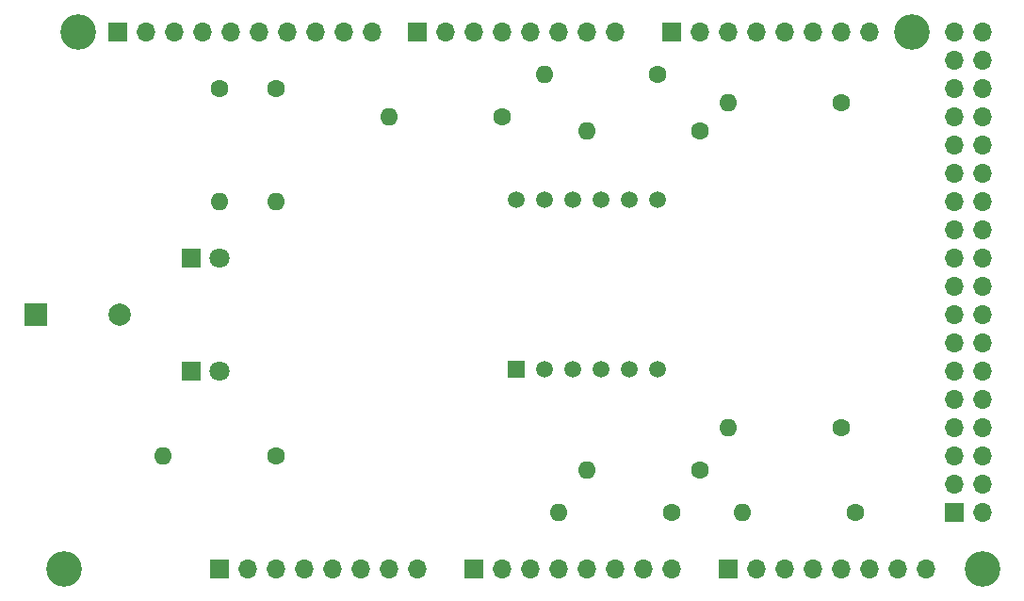
<source format=gbs>
G04 #@! TF.GenerationSoftware,KiCad,Pcbnew,(6.0.8)*
G04 #@! TF.CreationDate,2022-10-24T16:19:34-07:00*
G04 #@! TF.ProjectId,p_4,705f342e-6b69-4636-9164-5f7063625858,rev?*
G04 #@! TF.SameCoordinates,Original*
G04 #@! TF.FileFunction,Soldermask,Bot*
G04 #@! TF.FilePolarity,Negative*
%FSLAX46Y46*%
G04 Gerber Fmt 4.6, Leading zero omitted, Abs format (unit mm)*
G04 Created by KiCad (PCBNEW (6.0.8)) date 2022-10-24 16:19:34*
%MOMM*%
%LPD*%
G01*
G04 APERTURE LIST*
%ADD10R,1.700000X1.700000*%
%ADD11O,1.700000X1.700000*%
%ADD12C,1.600000*%
%ADD13O,1.600000X1.600000*%
%ADD14R,1.800000X1.800000*%
%ADD15C,1.800000*%
%ADD16C,3.200000*%
%ADD17R,1.500000X1.500000*%
%ADD18C,1.500000*%
%ADD19R,2.000000X2.000000*%
%ADD20C,2.000000*%
G04 APERTURE END LIST*
D10*
X193980000Y-92380000D03*
D11*
X196520000Y-92380000D03*
X193980000Y-89840000D03*
X196520000Y-89840000D03*
X193980000Y-87300000D03*
X196520000Y-87300000D03*
X193980000Y-84760000D03*
X196520000Y-84760000D03*
X193980000Y-82220000D03*
X196520000Y-82220000D03*
X193980000Y-79680000D03*
X196520000Y-79680000D03*
X193980000Y-77140000D03*
X196520000Y-77140000D03*
X193980000Y-74600000D03*
X196520000Y-74600000D03*
X193980000Y-72060000D03*
X196520000Y-72060000D03*
X193980000Y-69520000D03*
X196520000Y-69520000D03*
X193980000Y-66980000D03*
X196520000Y-66980000D03*
X193980000Y-64440000D03*
X196520000Y-64440000D03*
X193980000Y-61900000D03*
X196520000Y-61900000D03*
X193980000Y-59360000D03*
X196520000Y-59360000D03*
X193980000Y-56820000D03*
X196520000Y-56820000D03*
X193980000Y-54280000D03*
X196520000Y-54280000D03*
X193980000Y-51740000D03*
X196520000Y-51740000D03*
X193980000Y-49200000D03*
X196520000Y-49200000D03*
D10*
X127940000Y-97460000D03*
D11*
X130480000Y-97460000D03*
X133020000Y-97460000D03*
X135560000Y-97460000D03*
X138100000Y-97460000D03*
X140640000Y-97460000D03*
X143180000Y-97460000D03*
X145720000Y-97460000D03*
D10*
X150800000Y-97460000D03*
D11*
X153340000Y-97460000D03*
X155880000Y-97460000D03*
X158420000Y-97460000D03*
X160960000Y-97460000D03*
X163500000Y-97460000D03*
X166040000Y-97460000D03*
X168580000Y-97460000D03*
D10*
X173660000Y-97460000D03*
D11*
X176200000Y-97460000D03*
X178740000Y-97460000D03*
X181280000Y-97460000D03*
X183820000Y-97460000D03*
X186360000Y-97460000D03*
X188900000Y-97460000D03*
X191440000Y-97460000D03*
D10*
X118796000Y-49200000D03*
D11*
X121336000Y-49200000D03*
X123876000Y-49200000D03*
X126416000Y-49200000D03*
X128956000Y-49200000D03*
X131496000Y-49200000D03*
X134036000Y-49200000D03*
X136576000Y-49200000D03*
X139116000Y-49200000D03*
X141656000Y-49200000D03*
D10*
X145720000Y-49200000D03*
D11*
X148260000Y-49200000D03*
X150800000Y-49200000D03*
X153340000Y-49200000D03*
X155880000Y-49200000D03*
X158420000Y-49200000D03*
X160960000Y-49200000D03*
X163500000Y-49200000D03*
D10*
X168580000Y-49200000D03*
D11*
X171120000Y-49200000D03*
X173660000Y-49200000D03*
X176200000Y-49200000D03*
X178740000Y-49200000D03*
X181280000Y-49200000D03*
X183820000Y-49200000D03*
X186360000Y-49200000D03*
D12*
X127940000Y-54280000D03*
D13*
X127940000Y-64440000D03*
D14*
X125400000Y-69520000D03*
D15*
X127940000Y-69520000D03*
D12*
X168580000Y-92380000D03*
D13*
X158420000Y-92380000D03*
D16*
X196520000Y-97460000D03*
D12*
X167310000Y-53010000D03*
D13*
X157150000Y-53010000D03*
D12*
X171120000Y-88570000D03*
D13*
X160960000Y-88570000D03*
D16*
X115240000Y-49200000D03*
D12*
X185090000Y-92380000D03*
D13*
X174930000Y-92380000D03*
D12*
X183820000Y-55550000D03*
D13*
X173660000Y-55550000D03*
D12*
X133020000Y-87300000D03*
D13*
X122860000Y-87300000D03*
D12*
X153340000Y-56820000D03*
D13*
X143180000Y-56820000D03*
D12*
X171120000Y-58090000D03*
D13*
X160960000Y-58090000D03*
D17*
X154610000Y-79537500D03*
D18*
X157150000Y-79537500D03*
X159690000Y-79537500D03*
X162230000Y-79537500D03*
X164770000Y-79537500D03*
X167310000Y-79537500D03*
X167310000Y-64297500D03*
X164770000Y-64297500D03*
X162230000Y-64297500D03*
X159690000Y-64297500D03*
X157150000Y-64297500D03*
X154610000Y-64297500D03*
D12*
X183820000Y-84760000D03*
D13*
X173660000Y-84760000D03*
D19*
X111440000Y-74600000D03*
D20*
X119040000Y-74600000D03*
D16*
X113970000Y-97460000D03*
D14*
X125400000Y-79680000D03*
D15*
X127940000Y-79680000D03*
D12*
X133020000Y-54280000D03*
D13*
X133020000Y-64440000D03*
D16*
X190170000Y-49200000D03*
M02*

</source>
